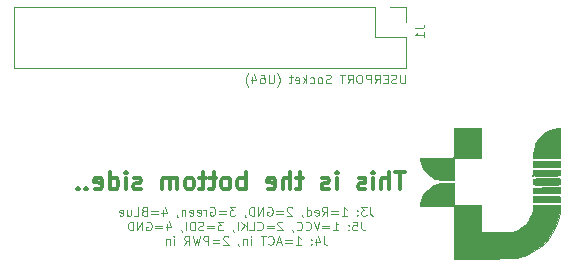
<source format=gbo>
%TF.GenerationSoftware,KiCad,Pcbnew,(5.1.7)-1*%
%TF.CreationDate,2020-12-17T22:24:39+01:00*%
%TF.ProjectId,u64_rgb_led,7536345f-7267-4625-9f6c-65642e6b6963,rev?*%
%TF.SameCoordinates,Original*%
%TF.FileFunction,Legend,Bot*%
%TF.FilePolarity,Positive*%
%FSLAX46Y46*%
G04 Gerber Fmt 4.6, Leading zero omitted, Abs format (unit mm)*
G04 Created by KiCad (PCBNEW (5.1.7)-1) date 2020-12-17 22:24:39*
%MOMM*%
%LPD*%
G01*
G04 APERTURE LIST*
%ADD10C,0.100000*%
%ADD11C,0.300000*%
%ADD12C,0.120000*%
%ADD13C,0.010000*%
G04 APERTURE END LIST*
D10*
X55966000Y-45227285D02*
X55966000Y-45763000D01*
X56001714Y-45870142D01*
X56073142Y-45941571D01*
X56180285Y-45977285D01*
X56251714Y-45977285D01*
X55680285Y-45227285D02*
X55216000Y-45227285D01*
X55466000Y-45513000D01*
X55358857Y-45513000D01*
X55287428Y-45548714D01*
X55251714Y-45584428D01*
X55216000Y-45655857D01*
X55216000Y-45834428D01*
X55251714Y-45905857D01*
X55287428Y-45941571D01*
X55358857Y-45977285D01*
X55573142Y-45977285D01*
X55644571Y-45941571D01*
X55680285Y-45905857D01*
X54894571Y-45905857D02*
X54858857Y-45941571D01*
X54894571Y-45977285D01*
X54930285Y-45941571D01*
X54894571Y-45905857D01*
X54894571Y-45977285D01*
X54894571Y-45513000D02*
X54858857Y-45548714D01*
X54894571Y-45584428D01*
X54930285Y-45548714D01*
X54894571Y-45513000D01*
X54894571Y-45584428D01*
X53573142Y-45977285D02*
X54001714Y-45977285D01*
X53787428Y-45977285D02*
X53787428Y-45227285D01*
X53858857Y-45334428D01*
X53930285Y-45405857D01*
X54001714Y-45441571D01*
X53251714Y-45584428D02*
X52680285Y-45584428D01*
X52680285Y-45798714D02*
X53251714Y-45798714D01*
X51894571Y-45977285D02*
X52144571Y-45620142D01*
X52323142Y-45977285D02*
X52323142Y-45227285D01*
X52037428Y-45227285D01*
X51966000Y-45263000D01*
X51930285Y-45298714D01*
X51894571Y-45370142D01*
X51894571Y-45477285D01*
X51930285Y-45548714D01*
X51966000Y-45584428D01*
X52037428Y-45620142D01*
X52323142Y-45620142D01*
X51287428Y-45941571D02*
X51358857Y-45977285D01*
X51501714Y-45977285D01*
X51573142Y-45941571D01*
X51608857Y-45870142D01*
X51608857Y-45584428D01*
X51573142Y-45513000D01*
X51501714Y-45477285D01*
X51358857Y-45477285D01*
X51287428Y-45513000D01*
X51251714Y-45584428D01*
X51251714Y-45655857D01*
X51608857Y-45727285D01*
X50608857Y-45977285D02*
X50608857Y-45227285D01*
X50608857Y-45941571D02*
X50680285Y-45977285D01*
X50823142Y-45977285D01*
X50894571Y-45941571D01*
X50930285Y-45905857D01*
X50966000Y-45834428D01*
X50966000Y-45620142D01*
X50930285Y-45548714D01*
X50894571Y-45513000D01*
X50823142Y-45477285D01*
X50680285Y-45477285D01*
X50608857Y-45513000D01*
X50216000Y-45941571D02*
X50216000Y-45977285D01*
X50251714Y-46048714D01*
X50287428Y-46084428D01*
X49358857Y-45298714D02*
X49323142Y-45263000D01*
X49251714Y-45227285D01*
X49073142Y-45227285D01*
X49001714Y-45263000D01*
X48966000Y-45298714D01*
X48930285Y-45370142D01*
X48930285Y-45441571D01*
X48966000Y-45548714D01*
X49394571Y-45977285D01*
X48930285Y-45977285D01*
X48608857Y-45584428D02*
X48037428Y-45584428D01*
X48037428Y-45798714D02*
X48608857Y-45798714D01*
X47287428Y-45263000D02*
X47358857Y-45227285D01*
X47466000Y-45227285D01*
X47573142Y-45263000D01*
X47644571Y-45334428D01*
X47680285Y-45405857D01*
X47716000Y-45548714D01*
X47716000Y-45655857D01*
X47680285Y-45798714D01*
X47644571Y-45870142D01*
X47573142Y-45941571D01*
X47466000Y-45977285D01*
X47394571Y-45977285D01*
X47287428Y-45941571D01*
X47251714Y-45905857D01*
X47251714Y-45655857D01*
X47394571Y-45655857D01*
X46930285Y-45977285D02*
X46930285Y-45227285D01*
X46501714Y-45977285D01*
X46501714Y-45227285D01*
X46144571Y-45977285D02*
X46144571Y-45227285D01*
X45966000Y-45227285D01*
X45858857Y-45263000D01*
X45787428Y-45334428D01*
X45751714Y-45405857D01*
X45716000Y-45548714D01*
X45716000Y-45655857D01*
X45751714Y-45798714D01*
X45787428Y-45870142D01*
X45858857Y-45941571D01*
X45966000Y-45977285D01*
X46144571Y-45977285D01*
X45358857Y-45941571D02*
X45358857Y-45977285D01*
X45394571Y-46048714D01*
X45430285Y-46084428D01*
X44537428Y-45227285D02*
X44073142Y-45227285D01*
X44323142Y-45513000D01*
X44216000Y-45513000D01*
X44144571Y-45548714D01*
X44108857Y-45584428D01*
X44073142Y-45655857D01*
X44073142Y-45834428D01*
X44108857Y-45905857D01*
X44144571Y-45941571D01*
X44216000Y-45977285D01*
X44430285Y-45977285D01*
X44501714Y-45941571D01*
X44537428Y-45905857D01*
X43751714Y-45584428D02*
X43180285Y-45584428D01*
X43180285Y-45798714D02*
X43751714Y-45798714D01*
X42430285Y-45263000D02*
X42501714Y-45227285D01*
X42608857Y-45227285D01*
X42716000Y-45263000D01*
X42787428Y-45334428D01*
X42823142Y-45405857D01*
X42858857Y-45548714D01*
X42858857Y-45655857D01*
X42823142Y-45798714D01*
X42787428Y-45870142D01*
X42716000Y-45941571D01*
X42608857Y-45977285D01*
X42537428Y-45977285D01*
X42430285Y-45941571D01*
X42394571Y-45905857D01*
X42394571Y-45655857D01*
X42537428Y-45655857D01*
X42073142Y-45977285D02*
X42073142Y-45477285D01*
X42073142Y-45620142D02*
X42037428Y-45548714D01*
X42001714Y-45513000D01*
X41930285Y-45477285D01*
X41858857Y-45477285D01*
X41323142Y-45941571D02*
X41394571Y-45977285D01*
X41537428Y-45977285D01*
X41608857Y-45941571D01*
X41644571Y-45870142D01*
X41644571Y-45584428D01*
X41608857Y-45513000D01*
X41537428Y-45477285D01*
X41394571Y-45477285D01*
X41323142Y-45513000D01*
X41287428Y-45584428D01*
X41287428Y-45655857D01*
X41644571Y-45727285D01*
X40680285Y-45941571D02*
X40751714Y-45977285D01*
X40894571Y-45977285D01*
X40966000Y-45941571D01*
X41001714Y-45870142D01*
X41001714Y-45584428D01*
X40966000Y-45513000D01*
X40894571Y-45477285D01*
X40751714Y-45477285D01*
X40680285Y-45513000D01*
X40644571Y-45584428D01*
X40644571Y-45655857D01*
X41001714Y-45727285D01*
X40323142Y-45477285D02*
X40323142Y-45977285D01*
X40323142Y-45548714D02*
X40287428Y-45513000D01*
X40216000Y-45477285D01*
X40108857Y-45477285D01*
X40037428Y-45513000D01*
X40001714Y-45584428D01*
X40001714Y-45977285D01*
X39608857Y-45941571D02*
X39608857Y-45977285D01*
X39644571Y-46048714D01*
X39680285Y-46084428D01*
X38394571Y-45477285D02*
X38394571Y-45977285D01*
X38573142Y-45191571D02*
X38751714Y-45727285D01*
X38287428Y-45727285D01*
X38001714Y-45584428D02*
X37430285Y-45584428D01*
X37430285Y-45798714D02*
X38001714Y-45798714D01*
X36823142Y-45584428D02*
X36716000Y-45620142D01*
X36680285Y-45655857D01*
X36644571Y-45727285D01*
X36644571Y-45834428D01*
X36680285Y-45905857D01*
X36716000Y-45941571D01*
X36787428Y-45977285D01*
X37073142Y-45977285D01*
X37073142Y-45227285D01*
X36823142Y-45227285D01*
X36751714Y-45263000D01*
X36716000Y-45298714D01*
X36680285Y-45370142D01*
X36680285Y-45441571D01*
X36716000Y-45513000D01*
X36751714Y-45548714D01*
X36823142Y-45584428D01*
X37073142Y-45584428D01*
X35966000Y-45977285D02*
X36323142Y-45977285D01*
X36323142Y-45227285D01*
X35394571Y-45477285D02*
X35394571Y-45977285D01*
X35716000Y-45477285D02*
X35716000Y-45870142D01*
X35680285Y-45941571D01*
X35608857Y-45977285D01*
X35501714Y-45977285D01*
X35430285Y-45941571D01*
X35394571Y-45905857D01*
X34751714Y-45941571D02*
X34823142Y-45977285D01*
X34966000Y-45977285D01*
X35037428Y-45941571D01*
X35073142Y-45870142D01*
X35073142Y-45584428D01*
X35037428Y-45513000D01*
X34966000Y-45477285D01*
X34823142Y-45477285D01*
X34751714Y-45513000D01*
X34716000Y-45584428D01*
X34716000Y-45655857D01*
X35073142Y-45727285D01*
X55216000Y-46452285D02*
X55216000Y-46988000D01*
X55251714Y-47095142D01*
X55323142Y-47166571D01*
X55430285Y-47202285D01*
X55501714Y-47202285D01*
X54501714Y-46452285D02*
X54858857Y-46452285D01*
X54894571Y-46809428D01*
X54858857Y-46773714D01*
X54787428Y-46738000D01*
X54608857Y-46738000D01*
X54537428Y-46773714D01*
X54501714Y-46809428D01*
X54466000Y-46880857D01*
X54466000Y-47059428D01*
X54501714Y-47130857D01*
X54537428Y-47166571D01*
X54608857Y-47202285D01*
X54787428Y-47202285D01*
X54858857Y-47166571D01*
X54894571Y-47130857D01*
X54144571Y-47130857D02*
X54108857Y-47166571D01*
X54144571Y-47202285D01*
X54180285Y-47166571D01*
X54144571Y-47130857D01*
X54144571Y-47202285D01*
X54144571Y-46738000D02*
X54108857Y-46773714D01*
X54144571Y-46809428D01*
X54180285Y-46773714D01*
X54144571Y-46738000D01*
X54144571Y-46809428D01*
X52823142Y-47202285D02*
X53251714Y-47202285D01*
X53037428Y-47202285D02*
X53037428Y-46452285D01*
X53108857Y-46559428D01*
X53180285Y-46630857D01*
X53251714Y-46666571D01*
X52501714Y-46809428D02*
X51930285Y-46809428D01*
X51930285Y-47023714D02*
X52501714Y-47023714D01*
X51680285Y-46452285D02*
X51430285Y-47202285D01*
X51180285Y-46452285D01*
X50501714Y-47130857D02*
X50537428Y-47166571D01*
X50644571Y-47202285D01*
X50716000Y-47202285D01*
X50823142Y-47166571D01*
X50894571Y-47095142D01*
X50930285Y-47023714D01*
X50966000Y-46880857D01*
X50966000Y-46773714D01*
X50930285Y-46630857D01*
X50894571Y-46559428D01*
X50823142Y-46488000D01*
X50716000Y-46452285D01*
X50644571Y-46452285D01*
X50537428Y-46488000D01*
X50501714Y-46523714D01*
X49751714Y-47130857D02*
X49787428Y-47166571D01*
X49894571Y-47202285D01*
X49966000Y-47202285D01*
X50073142Y-47166571D01*
X50144571Y-47095142D01*
X50180285Y-47023714D01*
X50216000Y-46880857D01*
X50216000Y-46773714D01*
X50180285Y-46630857D01*
X50144571Y-46559428D01*
X50073142Y-46488000D01*
X49966000Y-46452285D01*
X49894571Y-46452285D01*
X49787428Y-46488000D01*
X49751714Y-46523714D01*
X49394571Y-47166571D02*
X49394571Y-47202285D01*
X49430285Y-47273714D01*
X49466000Y-47309428D01*
X48537428Y-46523714D02*
X48501714Y-46488000D01*
X48430285Y-46452285D01*
X48251714Y-46452285D01*
X48180285Y-46488000D01*
X48144571Y-46523714D01*
X48108857Y-46595142D01*
X48108857Y-46666571D01*
X48144571Y-46773714D01*
X48573142Y-47202285D01*
X48108857Y-47202285D01*
X47787428Y-46809428D02*
X47216000Y-46809428D01*
X47216000Y-47023714D02*
X47787428Y-47023714D01*
X46430285Y-47130857D02*
X46466000Y-47166571D01*
X46573142Y-47202285D01*
X46644571Y-47202285D01*
X46751714Y-47166571D01*
X46823142Y-47095142D01*
X46858857Y-47023714D01*
X46894571Y-46880857D01*
X46894571Y-46773714D01*
X46858857Y-46630857D01*
X46823142Y-46559428D01*
X46751714Y-46488000D01*
X46644571Y-46452285D01*
X46573142Y-46452285D01*
X46466000Y-46488000D01*
X46430285Y-46523714D01*
X45751714Y-47202285D02*
X46108857Y-47202285D01*
X46108857Y-46452285D01*
X45501714Y-47202285D02*
X45501714Y-46452285D01*
X45073142Y-47202285D02*
X45394571Y-46773714D01*
X45073142Y-46452285D02*
X45501714Y-46880857D01*
X44751714Y-47202285D02*
X44751714Y-46452285D01*
X44358857Y-47166571D02*
X44358857Y-47202285D01*
X44394571Y-47273714D01*
X44430285Y-47309428D01*
X43537428Y-46452285D02*
X43073142Y-46452285D01*
X43323142Y-46738000D01*
X43216000Y-46738000D01*
X43144571Y-46773714D01*
X43108857Y-46809428D01*
X43073142Y-46880857D01*
X43073142Y-47059428D01*
X43108857Y-47130857D01*
X43144571Y-47166571D01*
X43216000Y-47202285D01*
X43430285Y-47202285D01*
X43501714Y-47166571D01*
X43537428Y-47130857D01*
X42751714Y-46809428D02*
X42180285Y-46809428D01*
X42180285Y-47023714D02*
X42751714Y-47023714D01*
X41858857Y-47166571D02*
X41751714Y-47202285D01*
X41573142Y-47202285D01*
X41501714Y-47166571D01*
X41466000Y-47130857D01*
X41430285Y-47059428D01*
X41430285Y-46988000D01*
X41466000Y-46916571D01*
X41501714Y-46880857D01*
X41573142Y-46845142D01*
X41716000Y-46809428D01*
X41787428Y-46773714D01*
X41823142Y-46738000D01*
X41858857Y-46666571D01*
X41858857Y-46595142D01*
X41823142Y-46523714D01*
X41787428Y-46488000D01*
X41716000Y-46452285D01*
X41537428Y-46452285D01*
X41430285Y-46488000D01*
X41108857Y-47202285D02*
X41108857Y-46452285D01*
X40930285Y-46452285D01*
X40823142Y-46488000D01*
X40751714Y-46559428D01*
X40716000Y-46630857D01*
X40680285Y-46773714D01*
X40680285Y-46880857D01*
X40716000Y-47023714D01*
X40751714Y-47095142D01*
X40823142Y-47166571D01*
X40930285Y-47202285D01*
X41108857Y-47202285D01*
X40358857Y-47202285D02*
X40358857Y-46452285D01*
X39966000Y-47166571D02*
X39966000Y-47202285D01*
X40001714Y-47273714D01*
X40037428Y-47309428D01*
X38751714Y-46702285D02*
X38751714Y-47202285D01*
X38930285Y-46416571D02*
X39108857Y-46952285D01*
X38644571Y-46952285D01*
X38358857Y-46809428D02*
X37787428Y-46809428D01*
X37787428Y-47023714D02*
X38358857Y-47023714D01*
X37037428Y-46488000D02*
X37108857Y-46452285D01*
X37216000Y-46452285D01*
X37323142Y-46488000D01*
X37394571Y-46559428D01*
X37430285Y-46630857D01*
X37466000Y-46773714D01*
X37466000Y-46880857D01*
X37430285Y-47023714D01*
X37394571Y-47095142D01*
X37323142Y-47166571D01*
X37216000Y-47202285D01*
X37144571Y-47202285D01*
X37037428Y-47166571D01*
X37001714Y-47130857D01*
X37001714Y-46880857D01*
X37144571Y-46880857D01*
X36680285Y-47202285D02*
X36680285Y-46452285D01*
X36251714Y-47202285D01*
X36251714Y-46452285D01*
X35894571Y-47202285D02*
X35894571Y-46452285D01*
X35716000Y-46452285D01*
X35608857Y-46488000D01*
X35537428Y-46559428D01*
X35501714Y-46630857D01*
X35466000Y-46773714D01*
X35466000Y-46880857D01*
X35501714Y-47023714D01*
X35537428Y-47095142D01*
X35608857Y-47166571D01*
X35716000Y-47202285D01*
X35894571Y-47202285D01*
X52055285Y-47677285D02*
X52055285Y-48213000D01*
X52091000Y-48320142D01*
X52162428Y-48391571D01*
X52269571Y-48427285D01*
X52341000Y-48427285D01*
X51376714Y-47927285D02*
X51376714Y-48427285D01*
X51555285Y-47641571D02*
X51733857Y-48177285D01*
X51269571Y-48177285D01*
X50983857Y-48355857D02*
X50948142Y-48391571D01*
X50983857Y-48427285D01*
X51019571Y-48391571D01*
X50983857Y-48355857D01*
X50983857Y-48427285D01*
X50983857Y-47963000D02*
X50948142Y-47998714D01*
X50983857Y-48034428D01*
X51019571Y-47998714D01*
X50983857Y-47963000D01*
X50983857Y-48034428D01*
X49662428Y-48427285D02*
X50091000Y-48427285D01*
X49876714Y-48427285D02*
X49876714Y-47677285D01*
X49948142Y-47784428D01*
X50019571Y-47855857D01*
X50091000Y-47891571D01*
X49341000Y-48034428D02*
X48769571Y-48034428D01*
X48769571Y-48248714D02*
X49341000Y-48248714D01*
X48448142Y-48213000D02*
X48091000Y-48213000D01*
X48519571Y-48427285D02*
X48269571Y-47677285D01*
X48019571Y-48427285D01*
X47341000Y-48355857D02*
X47376714Y-48391571D01*
X47483857Y-48427285D01*
X47555285Y-48427285D01*
X47662428Y-48391571D01*
X47733857Y-48320142D01*
X47769571Y-48248714D01*
X47805285Y-48105857D01*
X47805285Y-47998714D01*
X47769571Y-47855857D01*
X47733857Y-47784428D01*
X47662428Y-47713000D01*
X47555285Y-47677285D01*
X47483857Y-47677285D01*
X47376714Y-47713000D01*
X47341000Y-47748714D01*
X47126714Y-47677285D02*
X46698142Y-47677285D01*
X46912428Y-48427285D02*
X46912428Y-47677285D01*
X45876714Y-48427285D02*
X45876714Y-47927285D01*
X45876714Y-47677285D02*
X45912428Y-47713000D01*
X45876714Y-47748714D01*
X45841000Y-47713000D01*
X45876714Y-47677285D01*
X45876714Y-47748714D01*
X45519571Y-47927285D02*
X45519571Y-48427285D01*
X45519571Y-47998714D02*
X45483857Y-47963000D01*
X45412428Y-47927285D01*
X45305285Y-47927285D01*
X45233857Y-47963000D01*
X45198142Y-48034428D01*
X45198142Y-48427285D01*
X44805285Y-48391571D02*
X44805285Y-48427285D01*
X44841000Y-48498714D01*
X44876714Y-48534428D01*
X43948142Y-47748714D02*
X43912428Y-47713000D01*
X43841000Y-47677285D01*
X43662428Y-47677285D01*
X43591000Y-47713000D01*
X43555285Y-47748714D01*
X43519571Y-47820142D01*
X43519571Y-47891571D01*
X43555285Y-47998714D01*
X43983857Y-48427285D01*
X43519571Y-48427285D01*
X43198142Y-48034428D02*
X42626714Y-48034428D01*
X42626714Y-48248714D02*
X43198142Y-48248714D01*
X42269571Y-48427285D02*
X42269571Y-47677285D01*
X41983857Y-47677285D01*
X41912428Y-47713000D01*
X41876714Y-47748714D01*
X41841000Y-47820142D01*
X41841000Y-47927285D01*
X41876714Y-47998714D01*
X41912428Y-48034428D01*
X41983857Y-48070142D01*
X42269571Y-48070142D01*
X41591000Y-47677285D02*
X41412428Y-48427285D01*
X41269571Y-47891571D01*
X41126714Y-48427285D01*
X40948142Y-47677285D01*
X40233857Y-48427285D02*
X40483857Y-48070142D01*
X40662428Y-48427285D02*
X40662428Y-47677285D01*
X40376714Y-47677285D01*
X40305285Y-47713000D01*
X40269571Y-47748714D01*
X40233857Y-47820142D01*
X40233857Y-47927285D01*
X40269571Y-47998714D01*
X40305285Y-48034428D01*
X40376714Y-48070142D01*
X40662428Y-48070142D01*
X39341000Y-48427285D02*
X39341000Y-47927285D01*
X39341000Y-47677285D02*
X39376714Y-47713000D01*
X39341000Y-47748714D01*
X39305285Y-47713000D01*
X39341000Y-47677285D01*
X39341000Y-47748714D01*
X38983857Y-47927285D02*
X38983857Y-48427285D01*
X38983857Y-47998714D02*
X38948142Y-47963000D01*
X38876714Y-47927285D01*
X38769571Y-47927285D01*
X38698142Y-47963000D01*
X38662428Y-48034428D01*
X38662428Y-48427285D01*
D11*
X58922285Y-42231571D02*
X58065142Y-42231571D01*
X58493714Y-43731571D02*
X58493714Y-42231571D01*
X57565142Y-43731571D02*
X57565142Y-42231571D01*
X56922285Y-43731571D02*
X56922285Y-42945857D01*
X56993714Y-42803000D01*
X57136571Y-42731571D01*
X57350857Y-42731571D01*
X57493714Y-42803000D01*
X57565142Y-42874428D01*
X56208000Y-43731571D02*
X56208000Y-42731571D01*
X56208000Y-42231571D02*
X56279428Y-42303000D01*
X56208000Y-42374428D01*
X56136571Y-42303000D01*
X56208000Y-42231571D01*
X56208000Y-42374428D01*
X55565142Y-43660142D02*
X55422285Y-43731571D01*
X55136571Y-43731571D01*
X54993714Y-43660142D01*
X54922285Y-43517285D01*
X54922285Y-43445857D01*
X54993714Y-43303000D01*
X55136571Y-43231571D01*
X55350857Y-43231571D01*
X55493714Y-43160142D01*
X55565142Y-43017285D01*
X55565142Y-42945857D01*
X55493714Y-42803000D01*
X55350857Y-42731571D01*
X55136571Y-42731571D01*
X54993714Y-42803000D01*
X53136571Y-43731571D02*
X53136571Y-42731571D01*
X53136571Y-42231571D02*
X53208000Y-42303000D01*
X53136571Y-42374428D01*
X53065142Y-42303000D01*
X53136571Y-42231571D01*
X53136571Y-42374428D01*
X52493714Y-43660142D02*
X52350857Y-43731571D01*
X52065142Y-43731571D01*
X51922285Y-43660142D01*
X51850857Y-43517285D01*
X51850857Y-43445857D01*
X51922285Y-43303000D01*
X52065142Y-43231571D01*
X52279428Y-43231571D01*
X52422285Y-43160142D01*
X52493714Y-43017285D01*
X52493714Y-42945857D01*
X52422285Y-42803000D01*
X52279428Y-42731571D01*
X52065142Y-42731571D01*
X51922285Y-42803000D01*
X50279428Y-42731571D02*
X49708000Y-42731571D01*
X50065142Y-42231571D02*
X50065142Y-43517285D01*
X49993714Y-43660142D01*
X49850857Y-43731571D01*
X49708000Y-43731571D01*
X49208000Y-43731571D02*
X49208000Y-42231571D01*
X48565142Y-43731571D02*
X48565142Y-42945857D01*
X48636571Y-42803000D01*
X48779428Y-42731571D01*
X48993714Y-42731571D01*
X49136571Y-42803000D01*
X49208000Y-42874428D01*
X47279428Y-43660142D02*
X47422285Y-43731571D01*
X47708000Y-43731571D01*
X47850857Y-43660142D01*
X47922285Y-43517285D01*
X47922285Y-42945857D01*
X47850857Y-42803000D01*
X47708000Y-42731571D01*
X47422285Y-42731571D01*
X47279428Y-42803000D01*
X47208000Y-42945857D01*
X47208000Y-43088714D01*
X47922285Y-43231571D01*
X45422285Y-43731571D02*
X45422285Y-42231571D01*
X45422285Y-42803000D02*
X45279428Y-42731571D01*
X44993714Y-42731571D01*
X44850857Y-42803000D01*
X44779428Y-42874428D01*
X44708000Y-43017285D01*
X44708000Y-43445857D01*
X44779428Y-43588714D01*
X44850857Y-43660142D01*
X44993714Y-43731571D01*
X45279428Y-43731571D01*
X45422285Y-43660142D01*
X43850857Y-43731571D02*
X43993714Y-43660142D01*
X44065142Y-43588714D01*
X44136571Y-43445857D01*
X44136571Y-43017285D01*
X44065142Y-42874428D01*
X43993714Y-42803000D01*
X43850857Y-42731571D01*
X43636571Y-42731571D01*
X43493714Y-42803000D01*
X43422285Y-42874428D01*
X43350857Y-43017285D01*
X43350857Y-43445857D01*
X43422285Y-43588714D01*
X43493714Y-43660142D01*
X43636571Y-43731571D01*
X43850857Y-43731571D01*
X42922285Y-42731571D02*
X42350857Y-42731571D01*
X42708000Y-42231571D02*
X42708000Y-43517285D01*
X42636571Y-43660142D01*
X42493714Y-43731571D01*
X42350857Y-43731571D01*
X42065142Y-42731571D02*
X41493714Y-42731571D01*
X41850857Y-42231571D02*
X41850857Y-43517285D01*
X41779428Y-43660142D01*
X41636571Y-43731571D01*
X41493714Y-43731571D01*
X40779428Y-43731571D02*
X40922285Y-43660142D01*
X40993714Y-43588714D01*
X41065142Y-43445857D01*
X41065142Y-43017285D01*
X40993714Y-42874428D01*
X40922285Y-42803000D01*
X40779428Y-42731571D01*
X40565142Y-42731571D01*
X40422285Y-42803000D01*
X40350857Y-42874428D01*
X40279428Y-43017285D01*
X40279428Y-43445857D01*
X40350857Y-43588714D01*
X40422285Y-43660142D01*
X40565142Y-43731571D01*
X40779428Y-43731571D01*
X39636571Y-43731571D02*
X39636571Y-42731571D01*
X39636571Y-42874428D02*
X39565142Y-42803000D01*
X39422285Y-42731571D01*
X39208000Y-42731571D01*
X39065142Y-42803000D01*
X38993714Y-42945857D01*
X38993714Y-43731571D01*
X38993714Y-42945857D02*
X38922285Y-42803000D01*
X38779428Y-42731571D01*
X38565142Y-42731571D01*
X38422285Y-42803000D01*
X38350857Y-42945857D01*
X38350857Y-43731571D01*
X36565142Y-43660142D02*
X36422285Y-43731571D01*
X36136571Y-43731571D01*
X35993714Y-43660142D01*
X35922285Y-43517285D01*
X35922285Y-43445857D01*
X35993714Y-43303000D01*
X36136571Y-43231571D01*
X36350857Y-43231571D01*
X36493714Y-43160142D01*
X36565142Y-43017285D01*
X36565142Y-42945857D01*
X36493714Y-42803000D01*
X36350857Y-42731571D01*
X36136571Y-42731571D01*
X35993714Y-42803000D01*
X35279428Y-43731571D02*
X35279428Y-42731571D01*
X35279428Y-42231571D02*
X35350857Y-42303000D01*
X35279428Y-42374428D01*
X35208000Y-42303000D01*
X35279428Y-42231571D01*
X35279428Y-42374428D01*
X33922285Y-43731571D02*
X33922285Y-42231571D01*
X33922285Y-43660142D02*
X34065142Y-43731571D01*
X34350857Y-43731571D01*
X34493714Y-43660142D01*
X34565142Y-43588714D01*
X34636571Y-43445857D01*
X34636571Y-43017285D01*
X34565142Y-42874428D01*
X34493714Y-42803000D01*
X34350857Y-42731571D01*
X34065142Y-42731571D01*
X33922285Y-42803000D01*
X32636571Y-43660142D02*
X32779428Y-43731571D01*
X33065142Y-43731571D01*
X33208000Y-43660142D01*
X33279428Y-43517285D01*
X33279428Y-42945857D01*
X33208000Y-42803000D01*
X33065142Y-42731571D01*
X32779428Y-42731571D01*
X32636571Y-42803000D01*
X32565142Y-42945857D01*
X32565142Y-43088714D01*
X33279428Y-43231571D01*
X31922285Y-43588714D02*
X31850857Y-43660142D01*
X31922285Y-43731571D01*
X31993714Y-43660142D01*
X31922285Y-43588714D01*
X31922285Y-43731571D01*
X31208000Y-43588714D02*
X31136571Y-43660142D01*
X31208000Y-43731571D01*
X31279428Y-43660142D01*
X31208000Y-43588714D01*
X31208000Y-43731571D01*
D12*
X58988000Y-33461000D02*
X58988000Y-30861000D01*
X58988000Y-33461000D02*
X25848000Y-33461000D01*
X25848000Y-33461000D02*
X25848000Y-28261000D01*
X56388000Y-28261000D02*
X25848000Y-28261000D01*
X56388000Y-30861000D02*
X56388000Y-28261000D01*
X58988000Y-30861000D02*
X56388000Y-30861000D01*
X58988000Y-28261000D02*
X57658000Y-28261000D01*
X58988000Y-29591000D02*
X58988000Y-28261000D01*
D13*
G36*
X62460188Y-43190596D02*
G01*
X62205845Y-43197380D01*
X62002648Y-43207766D01*
X61838251Y-43224220D01*
X61700309Y-43249207D01*
X61576478Y-43285196D01*
X61454413Y-43334651D01*
X61321769Y-43400039D01*
X61267199Y-43428947D01*
X61040780Y-43576748D01*
X60826924Y-43766027D01*
X60632897Y-43986012D01*
X60465965Y-44225930D01*
X60333394Y-44475009D01*
X60242450Y-44722476D01*
X60200400Y-44957558D01*
X60198377Y-45013562D01*
X60198000Y-45116750D01*
X61634688Y-45116742D01*
X63071375Y-45116735D01*
X63062313Y-47283680D01*
X63061036Y-47650588D01*
X63060317Y-48000017D01*
X63060137Y-48326591D01*
X63060474Y-48624939D01*
X63061308Y-48889685D01*
X63062618Y-49115457D01*
X63064385Y-49296880D01*
X63066588Y-49428581D01*
X63069205Y-49505186D01*
X63070856Y-49522062D01*
X63088460Y-49593500D01*
X65556418Y-49588418D01*
X65949405Y-49587448D01*
X66325912Y-49586206D01*
X66680823Y-49584729D01*
X67009024Y-49583051D01*
X67305399Y-49581210D01*
X67564834Y-49579240D01*
X67782213Y-49577177D01*
X67952421Y-49575057D01*
X68070345Y-49572916D01*
X68130867Y-49570790D01*
X68135500Y-49570385D01*
X68218322Y-49557458D01*
X68340429Y-49534524D01*
X68479241Y-49505892D01*
X68520034Y-49496998D01*
X69022220Y-49354104D01*
X69501393Y-49154340D01*
X69952827Y-48901479D01*
X70371797Y-48599291D01*
X70753577Y-48251549D01*
X71093442Y-47862025D01*
X71386667Y-47434490D01*
X71597310Y-47040615D01*
X71793303Y-46562749D01*
X71927820Y-46092114D01*
X72001877Y-45624668D01*
X72017122Y-45370750D01*
X72024875Y-45069125D01*
X70905688Y-45060781D01*
X70597874Y-45058929D01*
X70348368Y-45058520D01*
X70151991Y-45059702D01*
X70003564Y-45062621D01*
X69897910Y-45067423D01*
X69829848Y-45074257D01*
X69794201Y-45083268D01*
X69785520Y-45092531D01*
X69774885Y-45221541D01*
X69751081Y-45385929D01*
X69718725Y-45560115D01*
X69682429Y-45718517D01*
X69656301Y-45808875D01*
X69542904Y-46091207D01*
X69397400Y-46341744D01*
X69208341Y-46578280D01*
X69069892Y-46720250D01*
X68783944Y-46954501D01*
X68463716Y-47136954D01*
X68214875Y-47236072D01*
X67960875Y-47321770D01*
X66651188Y-47332428D01*
X65341500Y-47343085D01*
X65341500Y-45085000D01*
X63087250Y-45085000D01*
X63087250Y-43177778D01*
X62460188Y-43190596D01*
G37*
X62460188Y-43190596D02*
X62205845Y-43197380D01*
X62002648Y-43207766D01*
X61838251Y-43224220D01*
X61700309Y-43249207D01*
X61576478Y-43285196D01*
X61454413Y-43334651D01*
X61321769Y-43400039D01*
X61267199Y-43428947D01*
X61040780Y-43576748D01*
X60826924Y-43766027D01*
X60632897Y-43986012D01*
X60465965Y-44225930D01*
X60333394Y-44475009D01*
X60242450Y-44722476D01*
X60200400Y-44957558D01*
X60198377Y-45013562D01*
X60198000Y-45116750D01*
X61634688Y-45116742D01*
X63071375Y-45116735D01*
X63062313Y-47283680D01*
X63061036Y-47650588D01*
X63060317Y-48000017D01*
X63060137Y-48326591D01*
X63060474Y-48624939D01*
X63061308Y-48889685D01*
X63062618Y-49115457D01*
X63064385Y-49296880D01*
X63066588Y-49428581D01*
X63069205Y-49505186D01*
X63070856Y-49522062D01*
X63088460Y-49593500D01*
X65556418Y-49588418D01*
X65949405Y-49587448D01*
X66325912Y-49586206D01*
X66680823Y-49584729D01*
X67009024Y-49583051D01*
X67305399Y-49581210D01*
X67564834Y-49579240D01*
X67782213Y-49577177D01*
X67952421Y-49575057D01*
X68070345Y-49572916D01*
X68130867Y-49570790D01*
X68135500Y-49570385D01*
X68218322Y-49557458D01*
X68340429Y-49534524D01*
X68479241Y-49505892D01*
X68520034Y-49496998D01*
X69022220Y-49354104D01*
X69501393Y-49154340D01*
X69952827Y-48901479D01*
X70371797Y-48599291D01*
X70753577Y-48251549D01*
X71093442Y-47862025D01*
X71386667Y-47434490D01*
X71597310Y-47040615D01*
X71793303Y-46562749D01*
X71927820Y-46092114D01*
X72001877Y-45624668D01*
X72017122Y-45370750D01*
X72024875Y-45069125D01*
X70905688Y-45060781D01*
X70597874Y-45058929D01*
X70348368Y-45058520D01*
X70151991Y-45059702D01*
X70003564Y-45062621D01*
X69897910Y-45067423D01*
X69829848Y-45074257D01*
X69794201Y-45083268D01*
X69785520Y-45092531D01*
X69774885Y-45221541D01*
X69751081Y-45385929D01*
X69718725Y-45560115D01*
X69682429Y-45718517D01*
X69656301Y-45808875D01*
X69542904Y-46091207D01*
X69397400Y-46341744D01*
X69208341Y-46578280D01*
X69069892Y-46720250D01*
X68783944Y-46954501D01*
X68463716Y-47136954D01*
X68214875Y-47236072D01*
X67960875Y-47321770D01*
X66651188Y-47332428D01*
X65341500Y-47343085D01*
X65341500Y-45085000D01*
X63087250Y-45085000D01*
X63087250Y-43177778D01*
X62460188Y-43190596D01*
G36*
X69761361Y-44538714D02*
G01*
X69752096Y-44761192D01*
X69920111Y-44774425D01*
X70008908Y-44778679D01*
X70149686Y-44782144D01*
X70330933Y-44784805D01*
X70541134Y-44786652D01*
X70768777Y-44787669D01*
X71002347Y-44787845D01*
X71230331Y-44787167D01*
X71441215Y-44785621D01*
X71623486Y-44783195D01*
X71765630Y-44779875D01*
X71842313Y-44776592D01*
X72040750Y-44764469D01*
X72044493Y-44662797D01*
X72048629Y-44552978D01*
X72052430Y-44454914D01*
X72049164Y-44378857D01*
X72035584Y-44336006D01*
X72033861Y-44334626D01*
X71997881Y-44331297D01*
X71905753Y-44328129D01*
X71764827Y-44325224D01*
X71582456Y-44322689D01*
X71365989Y-44320626D01*
X71122780Y-44319141D01*
X70890861Y-44318391D01*
X69770625Y-44316235D01*
X69761361Y-44538714D01*
G37*
X69761361Y-44538714D02*
X69752096Y-44761192D01*
X69920111Y-44774425D01*
X70008908Y-44778679D01*
X70149686Y-44782144D01*
X70330933Y-44784805D01*
X70541134Y-44786652D01*
X70768777Y-44787669D01*
X71002347Y-44787845D01*
X71230331Y-44787167D01*
X71441215Y-44785621D01*
X71623486Y-44783195D01*
X71765630Y-44779875D01*
X71842313Y-44776592D01*
X72040750Y-44764469D01*
X72044493Y-44662797D01*
X72048629Y-44552978D01*
X72052430Y-44454914D01*
X72049164Y-44378857D01*
X72035584Y-44336006D01*
X72033861Y-44334626D01*
X71997881Y-44331297D01*
X71905753Y-44328129D01*
X71764827Y-44325224D01*
X71582456Y-44322689D01*
X71365989Y-44320626D01*
X71122780Y-44319141D01*
X70890861Y-44318391D01*
X69770625Y-44316235D01*
X69761361Y-44538714D01*
G36*
X70900700Y-43567764D02*
G01*
X70641743Y-43570327D01*
X70403441Y-43573522D01*
X70193110Y-43577187D01*
X70018065Y-43581159D01*
X69885619Y-43585276D01*
X69803087Y-43589374D01*
X69777619Y-43592750D01*
X69762315Y-43639545D01*
X69750872Y-43726492D01*
X69744478Y-43830301D01*
X69744321Y-43927679D01*
X69751589Y-43995336D01*
X69756422Y-44008210D01*
X69773571Y-44020629D01*
X69812089Y-44030790D01*
X69877860Y-44038967D01*
X69976772Y-44045431D01*
X70114712Y-44050457D01*
X70297565Y-44054316D01*
X70531218Y-44057283D01*
X70821558Y-44059628D01*
X70872776Y-44059959D01*
X71130663Y-44060868D01*
X71369062Y-44060349D01*
X71580355Y-44058522D01*
X71756921Y-44055509D01*
X71891141Y-44051433D01*
X71975396Y-44046414D01*
X72001487Y-44041948D01*
X72031037Y-43993415D01*
X72051127Y-43904511D01*
X72059548Y-43797951D01*
X72054088Y-43696449D01*
X72040603Y-43639988D01*
X72009680Y-43558653D01*
X70900700Y-43567764D01*
G37*
X70900700Y-43567764D02*
X70641743Y-43570327D01*
X70403441Y-43573522D01*
X70193110Y-43577187D01*
X70018065Y-43581159D01*
X69885619Y-43585276D01*
X69803087Y-43589374D01*
X69777619Y-43592750D01*
X69762315Y-43639545D01*
X69750872Y-43726492D01*
X69744478Y-43830301D01*
X69744321Y-43927679D01*
X69751589Y-43995336D01*
X69756422Y-44008210D01*
X69773571Y-44020629D01*
X69812089Y-44030790D01*
X69877860Y-44038967D01*
X69976772Y-44045431D01*
X70114712Y-44050457D01*
X70297565Y-44054316D01*
X70531218Y-44057283D01*
X70821558Y-44059628D01*
X70872776Y-44059959D01*
X71130663Y-44060868D01*
X71369062Y-44060349D01*
X71580355Y-44058522D01*
X71756921Y-44055509D01*
X71891141Y-44051433D01*
X71975396Y-44046414D01*
X72001487Y-44041948D01*
X72031037Y-43993415D01*
X72051127Y-43904511D01*
X72059548Y-43797951D01*
X72054088Y-43696449D01*
X72040603Y-43639988D01*
X72009680Y-43558653D01*
X70900700Y-43567764D01*
G36*
X71289273Y-42787533D02*
G01*
X71005460Y-42789842D01*
X70905095Y-42790572D01*
X70646823Y-42793011D01*
X70408738Y-42796579D01*
X70198287Y-42801064D01*
X70022914Y-42806252D01*
X69890065Y-42811929D01*
X69807185Y-42817881D01*
X69781748Y-42822802D01*
X69768102Y-42865080D01*
X69756254Y-42951947D01*
X69748842Y-43063144D01*
X69748529Y-43193278D01*
X69760644Y-43271153D01*
X69784817Y-43305959D01*
X69826918Y-43312833D01*
X69923440Y-43318773D01*
X70065310Y-43323760D01*
X70243457Y-43327775D01*
X70448808Y-43330797D01*
X70672291Y-43332808D01*
X70904833Y-43333786D01*
X71137363Y-43333712D01*
X71360807Y-43332567D01*
X71566094Y-43330331D01*
X71744150Y-43326984D01*
X71885905Y-43322506D01*
X71982285Y-43316878D01*
X72022692Y-43310830D01*
X72056404Y-43288630D01*
X72073599Y-43245998D01*
X72078062Y-43166910D01*
X72075832Y-43085945D01*
X72073880Y-43006802D01*
X72071087Y-42942703D01*
X72061377Y-42892115D01*
X72038673Y-42853506D01*
X71996899Y-42825342D01*
X71929976Y-42806089D01*
X71831829Y-42794215D01*
X71696381Y-42788186D01*
X71517555Y-42786470D01*
X71289273Y-42787533D01*
G37*
X71289273Y-42787533D02*
X71005460Y-42789842D01*
X70905095Y-42790572D01*
X70646823Y-42793011D01*
X70408738Y-42796579D01*
X70198287Y-42801064D01*
X70022914Y-42806252D01*
X69890065Y-42811929D01*
X69807185Y-42817881D01*
X69781748Y-42822802D01*
X69768102Y-42865080D01*
X69756254Y-42951947D01*
X69748842Y-43063144D01*
X69748529Y-43193278D01*
X69760644Y-43271153D01*
X69784817Y-43305959D01*
X69826918Y-43312833D01*
X69923440Y-43318773D01*
X70065310Y-43323760D01*
X70243457Y-43327775D01*
X70448808Y-43330797D01*
X70672291Y-43332808D01*
X70904833Y-43333786D01*
X71137363Y-43333712D01*
X71360807Y-43332567D01*
X71566094Y-43330331D01*
X71744150Y-43326984D01*
X71885905Y-43322506D01*
X71982285Y-43316878D01*
X72022692Y-43310830D01*
X72056404Y-43288630D01*
X72073599Y-43245998D01*
X72078062Y-43166910D01*
X72075832Y-43085945D01*
X72073880Y-43006802D01*
X72071087Y-42942703D01*
X72061377Y-42892115D01*
X72038673Y-42853506D01*
X71996899Y-42825342D01*
X71929976Y-42806089D01*
X71831829Y-42794215D01*
X71696381Y-42788186D01*
X71517555Y-42786470D01*
X71289273Y-42787533D01*
G36*
X63055515Y-39758937D02*
G01*
X63055812Y-40031598D01*
X63056052Y-40284999D01*
X63056229Y-40511958D01*
X63056341Y-40705292D01*
X63056382Y-40857817D01*
X63056349Y-40962352D01*
X63056239Y-41011713D01*
X63056213Y-41014003D01*
X63044724Y-41023873D01*
X63007499Y-41031914D01*
X62939829Y-41038233D01*
X62837008Y-41042933D01*
X62694329Y-41046119D01*
X62507083Y-41047894D01*
X62270564Y-41048364D01*
X61980064Y-41047631D01*
X61630876Y-41045802D01*
X61623045Y-41045753D01*
X60190589Y-41036875D01*
X60208994Y-41211500D01*
X60268256Y-41495075D01*
X60382238Y-41779935D01*
X60543470Y-42054516D01*
X60744485Y-42307261D01*
X60977813Y-42526607D01*
X61130123Y-42637316D01*
X61304632Y-42740518D01*
X61480538Y-42820425D01*
X61669001Y-42879492D01*
X61881183Y-42920169D01*
X62128246Y-42944911D01*
X62421351Y-42956170D01*
X62587188Y-42957510D01*
X63087250Y-42957750D01*
X63087250Y-41052750D01*
X65341500Y-41052750D01*
X65341500Y-38544500D01*
X63054103Y-38544500D01*
X63055515Y-39758937D01*
G37*
X63055515Y-39758937D02*
X63055812Y-40031598D01*
X63056052Y-40284999D01*
X63056229Y-40511958D01*
X63056341Y-40705292D01*
X63056382Y-40857817D01*
X63056349Y-40962352D01*
X63056239Y-41011713D01*
X63056213Y-41014003D01*
X63044724Y-41023873D01*
X63007499Y-41031914D01*
X62939829Y-41038233D01*
X62837008Y-41042933D01*
X62694329Y-41046119D01*
X62507083Y-41047894D01*
X62270564Y-41048364D01*
X61980064Y-41047631D01*
X61630876Y-41045802D01*
X61623045Y-41045753D01*
X60190589Y-41036875D01*
X60208994Y-41211500D01*
X60268256Y-41495075D01*
X60382238Y-41779935D01*
X60543470Y-42054516D01*
X60744485Y-42307261D01*
X60977813Y-42526607D01*
X61130123Y-42637316D01*
X61304632Y-42740518D01*
X61480538Y-42820425D01*
X61669001Y-42879492D01*
X61881183Y-42920169D01*
X62128246Y-42944911D01*
X62421351Y-42956170D01*
X62587188Y-42957510D01*
X63087250Y-42957750D01*
X63087250Y-41052750D01*
X65341500Y-41052750D01*
X65341500Y-38544500D01*
X63054103Y-38544500D01*
X63055515Y-39758937D01*
G36*
X69691615Y-42569564D02*
G01*
X69691250Y-42576750D01*
X69715658Y-42607279D01*
X69724874Y-42608500D01*
X69743837Y-42589048D01*
X69738875Y-42576750D01*
X69710345Y-42546461D01*
X69705252Y-42545000D01*
X69691615Y-42569564D01*
G37*
X69691615Y-42569564D02*
X69691250Y-42576750D01*
X69715658Y-42607279D01*
X69724874Y-42608500D01*
X69743837Y-42589048D01*
X69738875Y-42576750D01*
X69710345Y-42546461D01*
X69705252Y-42545000D01*
X69691615Y-42569564D01*
G36*
X70676901Y-42069781D02*
G01*
X70438647Y-42071278D01*
X70226711Y-42073552D01*
X70049015Y-42076482D01*
X69913483Y-42079943D01*
X69828037Y-42083814D01*
X69802375Y-42086673D01*
X69768111Y-42103347D01*
X69749350Y-42140147D01*
X69742086Y-42212175D01*
X69741987Y-42314319D01*
X69746637Y-42431451D01*
X69759005Y-42500322D01*
X69783204Y-42536069D01*
X69805487Y-42548060D01*
X69857909Y-42556189D01*
X69962515Y-42562709D01*
X70110363Y-42567672D01*
X70292510Y-42571129D01*
X70500016Y-42573134D01*
X70723936Y-42573739D01*
X70955330Y-42572996D01*
X71185256Y-42570957D01*
X71404769Y-42567674D01*
X71604930Y-42563201D01*
X71776795Y-42557588D01*
X71911422Y-42550890D01*
X71999870Y-42543157D01*
X72032887Y-42535028D01*
X72052928Y-42475717D01*
X72063698Y-42379557D01*
X72064996Y-42270926D01*
X72056619Y-42174200D01*
X72038367Y-42113760D01*
X72036395Y-42111126D01*
X72014700Y-42099212D01*
X71967664Y-42089639D01*
X71889600Y-42082192D01*
X71774823Y-42076652D01*
X71617649Y-42072806D01*
X71412391Y-42070435D01*
X71153364Y-42069325D01*
X70933550Y-42069183D01*
X70676901Y-42069781D01*
G37*
X70676901Y-42069781D02*
X70438647Y-42071278D01*
X70226711Y-42073552D01*
X70049015Y-42076482D01*
X69913483Y-42079943D01*
X69828037Y-42083814D01*
X69802375Y-42086673D01*
X69768111Y-42103347D01*
X69749350Y-42140147D01*
X69742086Y-42212175D01*
X69741987Y-42314319D01*
X69746637Y-42431451D01*
X69759005Y-42500322D01*
X69783204Y-42536069D01*
X69805487Y-42548060D01*
X69857909Y-42556189D01*
X69962515Y-42562709D01*
X70110363Y-42567672D01*
X70292510Y-42571129D01*
X70500016Y-42573134D01*
X70723936Y-42573739D01*
X70955330Y-42572996D01*
X71185256Y-42570957D01*
X71404769Y-42567674D01*
X71604930Y-42563201D01*
X71776795Y-42557588D01*
X71911422Y-42550890D01*
X71999870Y-42543157D01*
X72032887Y-42535028D01*
X72052928Y-42475717D01*
X72063698Y-42379557D01*
X72064996Y-42270926D01*
X72056619Y-42174200D01*
X72038367Y-42113760D01*
X72036395Y-42111126D01*
X72014700Y-42099212D01*
X71967664Y-42089639D01*
X71889600Y-42082192D01*
X71774823Y-42076652D01*
X71617649Y-42072806D01*
X71412391Y-42070435D01*
X71153364Y-42069325D01*
X70933550Y-42069183D01*
X70676901Y-42069781D01*
G36*
X69741945Y-41532092D02*
G01*
X69746253Y-41653083D01*
X69754808Y-41750744D01*
X69765881Y-41806375D01*
X69767631Y-41809904D01*
X69804834Y-41820327D01*
X69896647Y-41829136D01*
X70034202Y-41836337D01*
X70208629Y-41841937D01*
X70411060Y-41845940D01*
X70632626Y-41848354D01*
X70864457Y-41849183D01*
X71097686Y-41848435D01*
X71323442Y-41846114D01*
X71532857Y-41842226D01*
X71717063Y-41836778D01*
X71867189Y-41829775D01*
X71974368Y-41821223D01*
X72029730Y-41811129D01*
X72034400Y-41808400D01*
X72055914Y-41754993D01*
X72068641Y-41660727D01*
X72071638Y-41547754D01*
X72063963Y-41438229D01*
X72052688Y-41378948D01*
X72033742Y-41308271D01*
X70886309Y-41299573D01*
X69738875Y-41290875D01*
X69741945Y-41532092D01*
G37*
X69741945Y-41532092D02*
X69746253Y-41653083D01*
X69754808Y-41750744D01*
X69765881Y-41806375D01*
X69767631Y-41809904D01*
X69804834Y-41820327D01*
X69896647Y-41829136D01*
X70034202Y-41836337D01*
X70208629Y-41841937D01*
X70411060Y-41845940D01*
X70632626Y-41848354D01*
X70864457Y-41849183D01*
X71097686Y-41848435D01*
X71323442Y-41846114D01*
X71532857Y-41842226D01*
X71717063Y-41836778D01*
X71867189Y-41829775D01*
X71974368Y-41821223D01*
X72029730Y-41811129D01*
X72034400Y-41808400D01*
X72055914Y-41754993D01*
X72068641Y-41660727D01*
X72071638Y-41547754D01*
X72063963Y-41438229D01*
X72052688Y-41378948D01*
X72033742Y-41308271D01*
X70886309Y-41299573D01*
X69738875Y-41290875D01*
X69741945Y-41532092D01*
G36*
X71834375Y-38568918D02*
G01*
X71503540Y-38614632D01*
X71180805Y-38718218D01*
X70873863Y-38874049D01*
X70590404Y-39076497D01*
X70338120Y-39319935D01*
X70124702Y-39598736D01*
X69957840Y-39907273D01*
X69936647Y-39957375D01*
X69887590Y-40102891D01*
X69841880Y-40283076D01*
X69803076Y-40478123D01*
X69774736Y-40668226D01*
X69760417Y-40833580D01*
X69761331Y-40933365D01*
X69771414Y-41053712D01*
X70894257Y-41061168D01*
X71226625Y-41062472D01*
X71503874Y-41061636D01*
X71724361Y-41058694D01*
X71886440Y-41053682D01*
X71988468Y-41046635D01*
X72028801Y-41037589D01*
X72029310Y-41036787D01*
X72031821Y-40998912D01*
X72033733Y-40904630D01*
X72035024Y-40761031D01*
X72035673Y-40575206D01*
X72035657Y-40354246D01*
X72034955Y-40105240D01*
X72033545Y-39835279D01*
X72033198Y-39782662D01*
X72024875Y-38560375D01*
X71834375Y-38568918D01*
G37*
X71834375Y-38568918D02*
X71503540Y-38614632D01*
X71180805Y-38718218D01*
X70873863Y-38874049D01*
X70590404Y-39076497D01*
X70338120Y-39319935D01*
X70124702Y-39598736D01*
X69957840Y-39907273D01*
X69936647Y-39957375D01*
X69887590Y-40102891D01*
X69841880Y-40283076D01*
X69803076Y-40478123D01*
X69774736Y-40668226D01*
X69760417Y-40833580D01*
X69761331Y-40933365D01*
X69771414Y-41053712D01*
X70894257Y-41061168D01*
X71226625Y-41062472D01*
X71503874Y-41061636D01*
X71724361Y-41058694D01*
X71886440Y-41053682D01*
X71988468Y-41046635D01*
X72028801Y-41037589D01*
X72029310Y-41036787D01*
X72031821Y-40998912D01*
X72033733Y-40904630D01*
X72035024Y-40761031D01*
X72035673Y-40575206D01*
X72035657Y-40354246D01*
X72034955Y-40105240D01*
X72033545Y-39835279D01*
X72033198Y-39782662D01*
X72024875Y-38560375D01*
X71834375Y-38568918D01*
D10*
X59787285Y-30103000D02*
X60323000Y-30103000D01*
X60430142Y-30067285D01*
X60501571Y-29995857D01*
X60537285Y-29888714D01*
X60537285Y-29817285D01*
X60537285Y-30853000D02*
X60537285Y-30424428D01*
X60537285Y-30638714D02*
X59787285Y-30638714D01*
X59894428Y-30567285D01*
X59965857Y-30495857D01*
X60001571Y-30424428D01*
X58947000Y-34006285D02*
X58947000Y-34613428D01*
X58911285Y-34684857D01*
X58875571Y-34720571D01*
X58804142Y-34756285D01*
X58661285Y-34756285D01*
X58589857Y-34720571D01*
X58554142Y-34684857D01*
X58518428Y-34613428D01*
X58518428Y-34006285D01*
X58197000Y-34720571D02*
X58089857Y-34756285D01*
X57911285Y-34756285D01*
X57839857Y-34720571D01*
X57804142Y-34684857D01*
X57768428Y-34613428D01*
X57768428Y-34542000D01*
X57804142Y-34470571D01*
X57839857Y-34434857D01*
X57911285Y-34399142D01*
X58054142Y-34363428D01*
X58125571Y-34327714D01*
X58161285Y-34292000D01*
X58197000Y-34220571D01*
X58197000Y-34149142D01*
X58161285Y-34077714D01*
X58125571Y-34042000D01*
X58054142Y-34006285D01*
X57875571Y-34006285D01*
X57768428Y-34042000D01*
X57447000Y-34363428D02*
X57197000Y-34363428D01*
X57089857Y-34756285D02*
X57447000Y-34756285D01*
X57447000Y-34006285D01*
X57089857Y-34006285D01*
X56339857Y-34756285D02*
X56589857Y-34399142D01*
X56768428Y-34756285D02*
X56768428Y-34006285D01*
X56482714Y-34006285D01*
X56411285Y-34042000D01*
X56375571Y-34077714D01*
X56339857Y-34149142D01*
X56339857Y-34256285D01*
X56375571Y-34327714D01*
X56411285Y-34363428D01*
X56482714Y-34399142D01*
X56768428Y-34399142D01*
X56018428Y-34756285D02*
X56018428Y-34006285D01*
X55732714Y-34006285D01*
X55661285Y-34042000D01*
X55625571Y-34077714D01*
X55589857Y-34149142D01*
X55589857Y-34256285D01*
X55625571Y-34327714D01*
X55661285Y-34363428D01*
X55732714Y-34399142D01*
X56018428Y-34399142D01*
X55125571Y-34006285D02*
X54982714Y-34006285D01*
X54911285Y-34042000D01*
X54839857Y-34113428D01*
X54804142Y-34256285D01*
X54804142Y-34506285D01*
X54839857Y-34649142D01*
X54911285Y-34720571D01*
X54982714Y-34756285D01*
X55125571Y-34756285D01*
X55197000Y-34720571D01*
X55268428Y-34649142D01*
X55304142Y-34506285D01*
X55304142Y-34256285D01*
X55268428Y-34113428D01*
X55197000Y-34042000D01*
X55125571Y-34006285D01*
X54054142Y-34756285D02*
X54304142Y-34399142D01*
X54482714Y-34756285D02*
X54482714Y-34006285D01*
X54197000Y-34006285D01*
X54125571Y-34042000D01*
X54089857Y-34077714D01*
X54054142Y-34149142D01*
X54054142Y-34256285D01*
X54089857Y-34327714D01*
X54125571Y-34363428D01*
X54197000Y-34399142D01*
X54482714Y-34399142D01*
X53839857Y-34006285D02*
X53411285Y-34006285D01*
X53625571Y-34756285D02*
X53625571Y-34006285D01*
X52625571Y-34720571D02*
X52518428Y-34756285D01*
X52339857Y-34756285D01*
X52268428Y-34720571D01*
X52232714Y-34684857D01*
X52197000Y-34613428D01*
X52197000Y-34542000D01*
X52232714Y-34470571D01*
X52268428Y-34434857D01*
X52339857Y-34399142D01*
X52482714Y-34363428D01*
X52554142Y-34327714D01*
X52589857Y-34292000D01*
X52625571Y-34220571D01*
X52625571Y-34149142D01*
X52589857Y-34077714D01*
X52554142Y-34042000D01*
X52482714Y-34006285D01*
X52304142Y-34006285D01*
X52197000Y-34042000D01*
X51768428Y-34756285D02*
X51839857Y-34720571D01*
X51875571Y-34684857D01*
X51911285Y-34613428D01*
X51911285Y-34399142D01*
X51875571Y-34327714D01*
X51839857Y-34292000D01*
X51768428Y-34256285D01*
X51661285Y-34256285D01*
X51589857Y-34292000D01*
X51554142Y-34327714D01*
X51518428Y-34399142D01*
X51518428Y-34613428D01*
X51554142Y-34684857D01*
X51589857Y-34720571D01*
X51661285Y-34756285D01*
X51768428Y-34756285D01*
X50875571Y-34720571D02*
X50947000Y-34756285D01*
X51089857Y-34756285D01*
X51161285Y-34720571D01*
X51197000Y-34684857D01*
X51232714Y-34613428D01*
X51232714Y-34399142D01*
X51197000Y-34327714D01*
X51161285Y-34292000D01*
X51089857Y-34256285D01*
X50947000Y-34256285D01*
X50875571Y-34292000D01*
X50554142Y-34756285D02*
X50554142Y-34006285D01*
X50482714Y-34470571D02*
X50268428Y-34756285D01*
X50268428Y-34256285D02*
X50554142Y-34542000D01*
X49661285Y-34720571D02*
X49732714Y-34756285D01*
X49875571Y-34756285D01*
X49947000Y-34720571D01*
X49982714Y-34649142D01*
X49982714Y-34363428D01*
X49947000Y-34292000D01*
X49875571Y-34256285D01*
X49732714Y-34256285D01*
X49661285Y-34292000D01*
X49625571Y-34363428D01*
X49625571Y-34434857D01*
X49982714Y-34506285D01*
X49411285Y-34256285D02*
X49125571Y-34256285D01*
X49304142Y-34006285D02*
X49304142Y-34649142D01*
X49268428Y-34720571D01*
X49197000Y-34756285D01*
X49125571Y-34756285D01*
X48089857Y-35042000D02*
X48125571Y-35006285D01*
X48197000Y-34899142D01*
X48232714Y-34827714D01*
X48268428Y-34720571D01*
X48304142Y-34542000D01*
X48304142Y-34399142D01*
X48268428Y-34220571D01*
X48232714Y-34113428D01*
X48197000Y-34042000D01*
X48125571Y-33934857D01*
X48089857Y-33899142D01*
X47804142Y-34006285D02*
X47804142Y-34613428D01*
X47768428Y-34684857D01*
X47732714Y-34720571D01*
X47661285Y-34756285D01*
X47518428Y-34756285D01*
X47447000Y-34720571D01*
X47411285Y-34684857D01*
X47375571Y-34613428D01*
X47375571Y-34006285D01*
X46697000Y-34006285D02*
X46839857Y-34006285D01*
X46911285Y-34042000D01*
X46947000Y-34077714D01*
X47018428Y-34184857D01*
X47054142Y-34327714D01*
X47054142Y-34613428D01*
X47018428Y-34684857D01*
X46982714Y-34720571D01*
X46911285Y-34756285D01*
X46768428Y-34756285D01*
X46697000Y-34720571D01*
X46661285Y-34684857D01*
X46625571Y-34613428D01*
X46625571Y-34434857D01*
X46661285Y-34363428D01*
X46697000Y-34327714D01*
X46768428Y-34292000D01*
X46911285Y-34292000D01*
X46982714Y-34327714D01*
X47018428Y-34363428D01*
X47054142Y-34434857D01*
X45982714Y-34256285D02*
X45982714Y-34756285D01*
X46161285Y-33970571D02*
X46339857Y-34506285D01*
X45875571Y-34506285D01*
X45661285Y-35042000D02*
X45625571Y-35006285D01*
X45554142Y-34899142D01*
X45518428Y-34827714D01*
X45482714Y-34720571D01*
X45447000Y-34542000D01*
X45447000Y-34399142D01*
X45482714Y-34220571D01*
X45518428Y-34113428D01*
X45554142Y-34042000D01*
X45625571Y-33934857D01*
X45661285Y-33899142D01*
M02*

</source>
